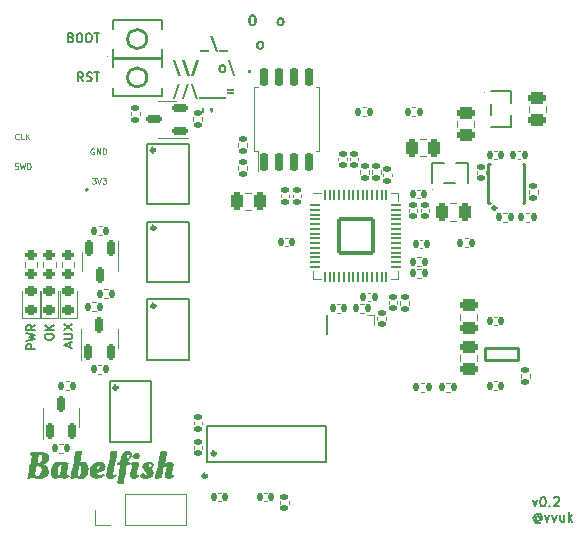
<source format=gto>
G04 #@! TF.GenerationSoftware,KiCad,Pcbnew,7.0.8*
G04 #@! TF.CreationDate,2023-10-01T21:36:48-07:00*
G04 #@! TF.ProjectId,babelfish,62616265-6c66-4697-9368-2e6b69636164,REV1*
G04 #@! TF.SameCoordinates,Original*
G04 #@! TF.FileFunction,Legend,Top*
G04 #@! TF.FilePolarity,Positive*
%FSLAX46Y46*%
G04 Gerber Fmt 4.6, Leading zero omitted, Abs format (unit mm)*
G04 Created by KiCad (PCBNEW 7.0.8) date 2023-10-01 21:36:48*
%MOMM*%
%LPD*%
G01*
G04 APERTURE LIST*
G04 Aperture macros list*
%AMRoundRect*
0 Rectangle with rounded corners*
0 $1 Rounding radius*
0 $2 $3 $4 $5 $6 $7 $8 $9 X,Y pos of 4 corners*
0 Add a 4 corners polygon primitive as box body*
4,1,4,$2,$3,$4,$5,$6,$7,$8,$9,$2,$3,0*
0 Add four circle primitives for the rounded corners*
1,1,$1+$1,$2,$3*
1,1,$1+$1,$4,$5*
1,1,$1+$1,$6,$7*
1,1,$1+$1,$8,$9*
0 Add four rect primitives between the rounded corners*
20,1,$1+$1,$2,$3,$4,$5,0*
20,1,$1+$1,$4,$5,$6,$7,0*
20,1,$1+$1,$6,$7,$8,$9,0*
20,1,$1+$1,$8,$9,$2,$3,0*%
G04 Aperture macros list end*
%ADD10C,0.150000*%
%ADD11C,0.125000*%
%ADD12C,0.152400*%
%ADD13C,0.300000*%
%ADD14C,0.254000*%
%ADD15C,0.120000*%
%ADD16C,0.200000*%
%ADD17C,0.059995*%
%ADD18O,1.731496X0.343002*%
%ADD19R,0.622301X1.104902*%
%ADD20RoundRect,0.135000X-0.135000X-0.185000X0.135000X-0.185000X0.135000X0.185000X-0.135000X0.185000X0*%
%ADD21RoundRect,0.150000X-0.150000X0.512500X-0.150000X-0.512500X0.150000X-0.512500X0.150000X0.512500X0*%
%ADD22RoundRect,0.250000X0.475000X-0.250000X0.475000X0.250000X-0.475000X0.250000X-0.475000X-0.250000X0*%
%ADD23RoundRect,0.135000X0.185000X-0.135000X0.185000X0.135000X-0.185000X0.135000X-0.185000X-0.135000X0*%
%ADD24RoundRect,0.250000X0.250000X0.475000X-0.250000X0.475000X-0.250000X-0.475000X0.250000X-0.475000X0*%
%ADD25C,1.500000*%
%ADD26R,1.700000X1.700000*%
%ADD27O,1.700000X1.700000*%
%ADD28C,2.700000*%
%ADD29RoundRect,0.140000X-0.170000X0.140000X-0.170000X-0.140000X0.170000X-0.140000X0.170000X0.140000X0*%
%ADD30RoundRect,0.218750X0.256250X-0.218750X0.256250X0.218750X-0.256250X0.218750X-0.256250X-0.218750X0*%
%ADD31RoundRect,0.140000X0.140000X0.170000X-0.140000X0.170000X-0.140000X-0.170000X0.140000X-0.170000X0*%
%ADD32RoundRect,0.140000X-0.140000X-0.170000X0.140000X-0.170000X0.140000X0.170000X-0.140000X0.170000X0*%
%ADD33RoundRect,0.135000X0.135000X0.185000X-0.135000X0.185000X-0.135000X-0.185000X0.135000X-0.185000X0*%
%ADD34RoundRect,0.135000X-0.185000X0.135000X-0.185000X-0.135000X0.185000X-0.135000X0.185000X0.135000X0*%
%ADD35C,0.649987*%
%ADD36O,1.000000X2.100000*%
%ADD37O,1.000000X1.800000*%
%ADD38R,0.600000X1.240005*%
%ADD39R,0.300000X1.240005*%
%ADD40RoundRect,0.250000X-0.250000X-0.475000X0.250000X-0.475000X0.250000X0.475000X-0.250000X0.475000X0*%
%ADD41C,2.100000*%
%ADD42C,2.500000*%
%ADD43C,1.750000*%
%ADD44R,0.600000X1.070003*%
%ADD45RoundRect,0.140000X0.170000X-0.140000X0.170000X0.140000X-0.170000X0.140000X-0.170000X-0.140000X0*%
%ADD46O,1.599949X1.600000*%
%ADD47O,1.200000X2.200000*%
%ADD48RoundRect,0.200000X-0.275000X0.200000X-0.275000X-0.200000X0.275000X-0.200000X0.275000X0.200000X0*%
%ADD49RoundRect,0.150000X0.512500X0.150000X-0.512500X0.150000X-0.512500X-0.150000X0.512500X-0.150000X0*%
%ADD50R,0.350013X0.600000*%
%ADD51R,2.400051X1.600000*%
%ADD52RoundRect,0.150000X0.150000X-0.512500X0.150000X0.512500X-0.150000X0.512500X-0.150000X-0.512500X0*%
%ADD53RoundRect,0.050000X-0.387500X-0.050000X0.387500X-0.050000X0.387500X0.050000X-0.387500X0.050000X0*%
%ADD54RoundRect,0.050000X-0.050000X-0.387500X0.050000X-0.387500X0.050000X0.387500X-0.050000X0.387500X0*%
%ADD55RoundRect,0.144000X-1.456000X-1.456000X1.456000X-1.456000X1.456000X1.456000X-1.456000X1.456000X0*%
%ADD56C,3.100000*%
%ADD57RoundRect,0.250000X-0.475000X0.250000X-0.475000X-0.250000X0.475000X-0.250000X0.475000X0.250000X0*%
%ADD58R,1.400000X1.200000*%
%ADD59O,0.602007X1.970993*%
%ADD60RoundRect,0.150000X0.150000X-0.650000X0.150000X0.650000X-0.150000X0.650000X-0.150000X-0.650000X0*%
%ADD61R,1.529997X1.359995*%
%ADD62R,1.070003X0.600000*%
%ADD63R,1.574803X1.574803*%
%ADD64C,1.574803*%
%ADD65C,5.000000*%
G04 APERTURE END LIST*
D10*
X84900414Y-98477255D02*
X84150414Y-98477255D01*
X84150414Y-98477255D02*
X84150414Y-98191541D01*
X84150414Y-98191541D02*
X84186128Y-98120112D01*
X84186128Y-98120112D02*
X84221842Y-98084398D01*
X84221842Y-98084398D02*
X84293271Y-98048684D01*
X84293271Y-98048684D02*
X84400414Y-98048684D01*
X84400414Y-98048684D02*
X84471842Y-98084398D01*
X84471842Y-98084398D02*
X84507557Y-98120112D01*
X84507557Y-98120112D02*
X84543271Y-98191541D01*
X84543271Y-98191541D02*
X84543271Y-98477255D01*
X84150414Y-97798684D02*
X84900414Y-97620112D01*
X84900414Y-97620112D02*
X84364700Y-97477255D01*
X84364700Y-97477255D02*
X84900414Y-97334398D01*
X84900414Y-97334398D02*
X84150414Y-97155827D01*
X84900414Y-96441541D02*
X84543271Y-96691541D01*
X84900414Y-96870112D02*
X84150414Y-96870112D01*
X84150414Y-96870112D02*
X84150414Y-96584398D01*
X84150414Y-96584398D02*
X84186128Y-96512969D01*
X84186128Y-96512969D02*
X84221842Y-96477255D01*
X84221842Y-96477255D02*
X84293271Y-96441541D01*
X84293271Y-96441541D02*
X84400414Y-96441541D01*
X84400414Y-96441541D02*
X84471842Y-96477255D01*
X84471842Y-96477255D02*
X84507557Y-96512969D01*
X84507557Y-96512969D02*
X84543271Y-96584398D01*
X84543271Y-96584398D02*
X84543271Y-96870112D01*
D11*
X89698241Y-84002309D02*
X90007765Y-84002309D01*
X90007765Y-84002309D02*
X89841098Y-84192785D01*
X89841098Y-84192785D02*
X89912527Y-84192785D01*
X89912527Y-84192785D02*
X89960146Y-84216595D01*
X89960146Y-84216595D02*
X89983955Y-84240404D01*
X89983955Y-84240404D02*
X90007765Y-84288023D01*
X90007765Y-84288023D02*
X90007765Y-84407071D01*
X90007765Y-84407071D02*
X89983955Y-84454690D01*
X89983955Y-84454690D02*
X89960146Y-84478500D01*
X89960146Y-84478500D02*
X89912527Y-84502309D01*
X89912527Y-84502309D02*
X89769670Y-84502309D01*
X89769670Y-84502309D02*
X89722051Y-84478500D01*
X89722051Y-84478500D02*
X89698241Y-84454690D01*
X90150622Y-84002309D02*
X90317288Y-84502309D01*
X90317288Y-84502309D02*
X90483955Y-84002309D01*
X90603002Y-84002309D02*
X90912526Y-84002309D01*
X90912526Y-84002309D02*
X90745859Y-84192785D01*
X90745859Y-84192785D02*
X90817288Y-84192785D01*
X90817288Y-84192785D02*
X90864907Y-84216595D01*
X90864907Y-84216595D02*
X90888716Y-84240404D01*
X90888716Y-84240404D02*
X90912526Y-84288023D01*
X90912526Y-84288023D02*
X90912526Y-84407071D01*
X90912526Y-84407071D02*
X90888716Y-84454690D01*
X90888716Y-84454690D02*
X90864907Y-84478500D01*
X90864907Y-84478500D02*
X90817288Y-84502309D01*
X90817288Y-84502309D02*
X90674431Y-84502309D01*
X90674431Y-84502309D02*
X90626812Y-84478500D01*
X90626812Y-84478500D02*
X90603002Y-84454690D01*
D10*
X87937030Y-72107557D02*
X88044173Y-72143271D01*
X88044173Y-72143271D02*
X88079887Y-72178985D01*
X88079887Y-72178985D02*
X88115601Y-72250414D01*
X88115601Y-72250414D02*
X88115601Y-72357557D01*
X88115601Y-72357557D02*
X88079887Y-72428985D01*
X88079887Y-72428985D02*
X88044173Y-72464700D01*
X88044173Y-72464700D02*
X87972744Y-72500414D01*
X87972744Y-72500414D02*
X87687030Y-72500414D01*
X87687030Y-72500414D02*
X87687030Y-71750414D01*
X87687030Y-71750414D02*
X87937030Y-71750414D01*
X87937030Y-71750414D02*
X88008459Y-71786128D01*
X88008459Y-71786128D02*
X88044173Y-71821842D01*
X88044173Y-71821842D02*
X88079887Y-71893271D01*
X88079887Y-71893271D02*
X88079887Y-71964700D01*
X88079887Y-71964700D02*
X88044173Y-72036128D01*
X88044173Y-72036128D02*
X88008459Y-72071842D01*
X88008459Y-72071842D02*
X87937030Y-72107557D01*
X87937030Y-72107557D02*
X87687030Y-72107557D01*
X88579887Y-71750414D02*
X88722744Y-71750414D01*
X88722744Y-71750414D02*
X88794173Y-71786128D01*
X88794173Y-71786128D02*
X88865601Y-71857557D01*
X88865601Y-71857557D02*
X88901316Y-72000414D01*
X88901316Y-72000414D02*
X88901316Y-72250414D01*
X88901316Y-72250414D02*
X88865601Y-72393271D01*
X88865601Y-72393271D02*
X88794173Y-72464700D01*
X88794173Y-72464700D02*
X88722744Y-72500414D01*
X88722744Y-72500414D02*
X88579887Y-72500414D01*
X88579887Y-72500414D02*
X88508459Y-72464700D01*
X88508459Y-72464700D02*
X88437030Y-72393271D01*
X88437030Y-72393271D02*
X88401316Y-72250414D01*
X88401316Y-72250414D02*
X88401316Y-72000414D01*
X88401316Y-72000414D02*
X88437030Y-71857557D01*
X88437030Y-71857557D02*
X88508459Y-71786128D01*
X88508459Y-71786128D02*
X88579887Y-71750414D01*
X89365601Y-71750414D02*
X89508458Y-71750414D01*
X89508458Y-71750414D02*
X89579887Y-71786128D01*
X89579887Y-71786128D02*
X89651315Y-71857557D01*
X89651315Y-71857557D02*
X89687030Y-72000414D01*
X89687030Y-72000414D02*
X89687030Y-72250414D01*
X89687030Y-72250414D02*
X89651315Y-72393271D01*
X89651315Y-72393271D02*
X89579887Y-72464700D01*
X89579887Y-72464700D02*
X89508458Y-72500414D01*
X89508458Y-72500414D02*
X89365601Y-72500414D01*
X89365601Y-72500414D02*
X89294173Y-72464700D01*
X89294173Y-72464700D02*
X89222744Y-72393271D01*
X89222744Y-72393271D02*
X89187030Y-72250414D01*
X89187030Y-72250414D02*
X89187030Y-72000414D01*
X89187030Y-72000414D02*
X89222744Y-71857557D01*
X89222744Y-71857557D02*
X89294173Y-71786128D01*
X89294173Y-71786128D02*
X89365601Y-71750414D01*
X89901315Y-71750414D02*
X90329887Y-71750414D01*
X90115601Y-72500414D02*
X90115601Y-71750414D01*
X85700414Y-97512969D02*
X85700414Y-97370112D01*
X85700414Y-97370112D02*
X85736128Y-97298683D01*
X85736128Y-97298683D02*
X85807557Y-97227255D01*
X85807557Y-97227255D02*
X85950414Y-97191540D01*
X85950414Y-97191540D02*
X86200414Y-97191540D01*
X86200414Y-97191540D02*
X86343271Y-97227255D01*
X86343271Y-97227255D02*
X86414700Y-97298683D01*
X86414700Y-97298683D02*
X86450414Y-97370112D01*
X86450414Y-97370112D02*
X86450414Y-97512969D01*
X86450414Y-97512969D02*
X86414700Y-97584398D01*
X86414700Y-97584398D02*
X86343271Y-97655826D01*
X86343271Y-97655826D02*
X86200414Y-97691540D01*
X86200414Y-97691540D02*
X85950414Y-97691540D01*
X85950414Y-97691540D02*
X85807557Y-97655826D01*
X85807557Y-97655826D02*
X85736128Y-97584398D01*
X85736128Y-97584398D02*
X85700414Y-97512969D01*
X86450414Y-96870112D02*
X85700414Y-96870112D01*
X86450414Y-96441541D02*
X86021842Y-96762969D01*
X85700414Y-96441541D02*
X86128985Y-96870112D01*
D11*
X83165383Y-83228500D02*
X83236811Y-83252309D01*
X83236811Y-83252309D02*
X83355859Y-83252309D01*
X83355859Y-83252309D02*
X83403478Y-83228500D01*
X83403478Y-83228500D02*
X83427287Y-83204690D01*
X83427287Y-83204690D02*
X83451097Y-83157071D01*
X83451097Y-83157071D02*
X83451097Y-83109452D01*
X83451097Y-83109452D02*
X83427287Y-83061833D01*
X83427287Y-83061833D02*
X83403478Y-83038023D01*
X83403478Y-83038023D02*
X83355859Y-83014214D01*
X83355859Y-83014214D02*
X83260621Y-82990404D01*
X83260621Y-82990404D02*
X83213002Y-82966595D01*
X83213002Y-82966595D02*
X83189192Y-82942785D01*
X83189192Y-82942785D02*
X83165383Y-82895166D01*
X83165383Y-82895166D02*
X83165383Y-82847547D01*
X83165383Y-82847547D02*
X83189192Y-82799928D01*
X83189192Y-82799928D02*
X83213002Y-82776119D01*
X83213002Y-82776119D02*
X83260621Y-82752309D01*
X83260621Y-82752309D02*
X83379668Y-82752309D01*
X83379668Y-82752309D02*
X83451097Y-82776119D01*
X83617763Y-82752309D02*
X83736811Y-83252309D01*
X83736811Y-83252309D02*
X83832049Y-82895166D01*
X83832049Y-82895166D02*
X83927287Y-83252309D01*
X83927287Y-83252309D02*
X84046335Y-82752309D01*
X84236811Y-83252309D02*
X84236811Y-82752309D01*
X84236811Y-82752309D02*
X84355859Y-82752309D01*
X84355859Y-82752309D02*
X84427287Y-82776119D01*
X84427287Y-82776119D02*
X84474906Y-82823738D01*
X84474906Y-82823738D02*
X84498716Y-82871357D01*
X84498716Y-82871357D02*
X84522525Y-82966595D01*
X84522525Y-82966595D02*
X84522525Y-83038023D01*
X84522525Y-83038023D02*
X84498716Y-83133261D01*
X84498716Y-83133261D02*
X84474906Y-83180880D01*
X84474906Y-83180880D02*
X84427287Y-83228500D01*
X84427287Y-83228500D02*
X84355859Y-83252309D01*
X84355859Y-83252309D02*
X84236811Y-83252309D01*
D10*
X88972743Y-75800414D02*
X88722743Y-75443271D01*
X88544172Y-75800414D02*
X88544172Y-75050414D01*
X88544172Y-75050414D02*
X88829886Y-75050414D01*
X88829886Y-75050414D02*
X88901315Y-75086128D01*
X88901315Y-75086128D02*
X88937029Y-75121842D01*
X88937029Y-75121842D02*
X88972743Y-75193271D01*
X88972743Y-75193271D02*
X88972743Y-75300414D01*
X88972743Y-75300414D02*
X88937029Y-75371842D01*
X88937029Y-75371842D02*
X88901315Y-75407557D01*
X88901315Y-75407557D02*
X88829886Y-75443271D01*
X88829886Y-75443271D02*
X88544172Y-75443271D01*
X89258458Y-75764700D02*
X89365601Y-75800414D01*
X89365601Y-75800414D02*
X89544172Y-75800414D01*
X89544172Y-75800414D02*
X89615601Y-75764700D01*
X89615601Y-75764700D02*
X89651315Y-75728985D01*
X89651315Y-75728985D02*
X89687029Y-75657557D01*
X89687029Y-75657557D02*
X89687029Y-75586128D01*
X89687029Y-75586128D02*
X89651315Y-75514700D01*
X89651315Y-75514700D02*
X89615601Y-75478985D01*
X89615601Y-75478985D02*
X89544172Y-75443271D01*
X89544172Y-75443271D02*
X89401315Y-75407557D01*
X89401315Y-75407557D02*
X89329886Y-75371842D01*
X89329886Y-75371842D02*
X89294172Y-75336128D01*
X89294172Y-75336128D02*
X89258458Y-75264700D01*
X89258458Y-75264700D02*
X89258458Y-75193271D01*
X89258458Y-75193271D02*
X89294172Y-75121842D01*
X89294172Y-75121842D02*
X89329886Y-75086128D01*
X89329886Y-75086128D02*
X89401315Y-75050414D01*
X89401315Y-75050414D02*
X89579886Y-75050414D01*
X89579886Y-75050414D02*
X89687029Y-75086128D01*
X89901315Y-75050414D02*
X90329887Y-75050414D01*
X90115601Y-75800414D02*
X90115601Y-75050414D01*
D11*
X89864906Y-81526119D02*
X89817287Y-81502309D01*
X89817287Y-81502309D02*
X89745858Y-81502309D01*
X89745858Y-81502309D02*
X89674430Y-81526119D01*
X89674430Y-81526119D02*
X89626811Y-81573738D01*
X89626811Y-81573738D02*
X89603001Y-81621357D01*
X89603001Y-81621357D02*
X89579192Y-81716595D01*
X89579192Y-81716595D02*
X89579192Y-81788023D01*
X89579192Y-81788023D02*
X89603001Y-81883261D01*
X89603001Y-81883261D02*
X89626811Y-81930880D01*
X89626811Y-81930880D02*
X89674430Y-81978500D01*
X89674430Y-81978500D02*
X89745858Y-82002309D01*
X89745858Y-82002309D02*
X89793477Y-82002309D01*
X89793477Y-82002309D02*
X89864906Y-81978500D01*
X89864906Y-81978500D02*
X89888715Y-81954690D01*
X89888715Y-81954690D02*
X89888715Y-81788023D01*
X89888715Y-81788023D02*
X89793477Y-81788023D01*
X90103001Y-82002309D02*
X90103001Y-81502309D01*
X90103001Y-81502309D02*
X90388715Y-82002309D01*
X90388715Y-82002309D02*
X90388715Y-81502309D01*
X90626811Y-82002309D02*
X90626811Y-81502309D01*
X90626811Y-81502309D02*
X90745859Y-81502309D01*
X90745859Y-81502309D02*
X90817287Y-81526119D01*
X90817287Y-81526119D02*
X90864906Y-81573738D01*
X90864906Y-81573738D02*
X90888716Y-81621357D01*
X90888716Y-81621357D02*
X90912525Y-81716595D01*
X90912525Y-81716595D02*
X90912525Y-81788023D01*
X90912525Y-81788023D02*
X90888716Y-81883261D01*
X90888716Y-81883261D02*
X90864906Y-81930880D01*
X90864906Y-81930880D02*
X90817287Y-81978500D01*
X90817287Y-81978500D02*
X90745859Y-82002309D01*
X90745859Y-82002309D02*
X90626811Y-82002309D01*
X83507763Y-80704690D02*
X83483954Y-80728500D01*
X83483954Y-80728500D02*
X83412525Y-80752309D01*
X83412525Y-80752309D02*
X83364906Y-80752309D01*
X83364906Y-80752309D02*
X83293478Y-80728500D01*
X83293478Y-80728500D02*
X83245859Y-80680880D01*
X83245859Y-80680880D02*
X83222049Y-80633261D01*
X83222049Y-80633261D02*
X83198240Y-80538023D01*
X83198240Y-80538023D02*
X83198240Y-80466595D01*
X83198240Y-80466595D02*
X83222049Y-80371357D01*
X83222049Y-80371357D02*
X83245859Y-80323738D01*
X83245859Y-80323738D02*
X83293478Y-80276119D01*
X83293478Y-80276119D02*
X83364906Y-80252309D01*
X83364906Y-80252309D02*
X83412525Y-80252309D01*
X83412525Y-80252309D02*
X83483954Y-80276119D01*
X83483954Y-80276119D02*
X83507763Y-80299928D01*
X83960144Y-80752309D02*
X83722049Y-80752309D01*
X83722049Y-80752309D02*
X83722049Y-80252309D01*
X84126811Y-80752309D02*
X84126811Y-80252309D01*
X84412525Y-80752309D02*
X84198240Y-80466595D01*
X84412525Y-80252309D02*
X84126811Y-80538023D01*
D10*
X87836128Y-98298683D02*
X87836128Y-97941541D01*
X88050414Y-98370112D02*
X87300414Y-98120112D01*
X87300414Y-98120112D02*
X88050414Y-97870112D01*
X87300414Y-97620112D02*
X87907557Y-97620112D01*
X87907557Y-97620112D02*
X87978985Y-97584398D01*
X87978985Y-97584398D02*
X88014700Y-97548684D01*
X88014700Y-97548684D02*
X88050414Y-97477255D01*
X88050414Y-97477255D02*
X88050414Y-97334398D01*
X88050414Y-97334398D02*
X88014700Y-97262969D01*
X88014700Y-97262969D02*
X87978985Y-97227255D01*
X87978985Y-97227255D02*
X87907557Y-97191541D01*
X87907557Y-97191541D02*
X87300414Y-97191541D01*
X87300414Y-96905827D02*
X88050414Y-96405827D01*
X87300414Y-96405827D02*
X88050414Y-96905827D01*
X127032968Y-111286960D02*
X127223444Y-111820294D01*
X127223444Y-111820294D02*
X127413921Y-111286960D01*
X127871064Y-111020294D02*
X127947254Y-111020294D01*
X127947254Y-111020294D02*
X128023445Y-111058389D01*
X128023445Y-111058389D02*
X128061540Y-111096484D01*
X128061540Y-111096484D02*
X128099635Y-111172675D01*
X128099635Y-111172675D02*
X128137730Y-111325056D01*
X128137730Y-111325056D02*
X128137730Y-111515532D01*
X128137730Y-111515532D02*
X128099635Y-111667913D01*
X128099635Y-111667913D02*
X128061540Y-111744103D01*
X128061540Y-111744103D02*
X128023445Y-111782199D01*
X128023445Y-111782199D02*
X127947254Y-111820294D01*
X127947254Y-111820294D02*
X127871064Y-111820294D01*
X127871064Y-111820294D02*
X127794873Y-111782199D01*
X127794873Y-111782199D02*
X127756778Y-111744103D01*
X127756778Y-111744103D02*
X127718683Y-111667913D01*
X127718683Y-111667913D02*
X127680587Y-111515532D01*
X127680587Y-111515532D02*
X127680587Y-111325056D01*
X127680587Y-111325056D02*
X127718683Y-111172675D01*
X127718683Y-111172675D02*
X127756778Y-111096484D01*
X127756778Y-111096484D02*
X127794873Y-111058389D01*
X127794873Y-111058389D02*
X127871064Y-111020294D01*
X128480588Y-111744103D02*
X128518683Y-111782199D01*
X128518683Y-111782199D02*
X128480588Y-111820294D01*
X128480588Y-111820294D02*
X128442492Y-111782199D01*
X128442492Y-111782199D02*
X128480588Y-111744103D01*
X128480588Y-111744103D02*
X128480588Y-111820294D01*
X128823444Y-111096484D02*
X128861540Y-111058389D01*
X128861540Y-111058389D02*
X128937730Y-111020294D01*
X128937730Y-111020294D02*
X129128206Y-111020294D01*
X129128206Y-111020294D02*
X129204397Y-111058389D01*
X129204397Y-111058389D02*
X129242492Y-111096484D01*
X129242492Y-111096484D02*
X129280587Y-111172675D01*
X129280587Y-111172675D02*
X129280587Y-111248865D01*
X129280587Y-111248865D02*
X129242492Y-111363151D01*
X129242492Y-111363151D02*
X128785349Y-111820294D01*
X128785349Y-111820294D02*
X129280587Y-111820294D01*
X127604397Y-112727341D02*
X127566302Y-112689246D01*
X127566302Y-112689246D02*
X127490111Y-112651151D01*
X127490111Y-112651151D02*
X127413921Y-112651151D01*
X127413921Y-112651151D02*
X127337730Y-112689246D01*
X127337730Y-112689246D02*
X127299635Y-112727341D01*
X127299635Y-112727341D02*
X127261540Y-112803532D01*
X127261540Y-112803532D02*
X127261540Y-112879722D01*
X127261540Y-112879722D02*
X127299635Y-112955913D01*
X127299635Y-112955913D02*
X127337730Y-112994008D01*
X127337730Y-112994008D02*
X127413921Y-113032103D01*
X127413921Y-113032103D02*
X127490111Y-113032103D01*
X127490111Y-113032103D02*
X127566302Y-112994008D01*
X127566302Y-112994008D02*
X127604397Y-112955913D01*
X127604397Y-112651151D02*
X127604397Y-112955913D01*
X127604397Y-112955913D02*
X127642492Y-112994008D01*
X127642492Y-112994008D02*
X127680587Y-112994008D01*
X127680587Y-112994008D02*
X127756778Y-112955913D01*
X127756778Y-112955913D02*
X127794873Y-112879722D01*
X127794873Y-112879722D02*
X127794873Y-112689246D01*
X127794873Y-112689246D02*
X127718683Y-112574960D01*
X127718683Y-112574960D02*
X127604397Y-112498770D01*
X127604397Y-112498770D02*
X127452016Y-112460675D01*
X127452016Y-112460675D02*
X127299635Y-112498770D01*
X127299635Y-112498770D02*
X127185349Y-112574960D01*
X127185349Y-112574960D02*
X127109159Y-112689246D01*
X127109159Y-112689246D02*
X127071063Y-112841627D01*
X127071063Y-112841627D02*
X127109159Y-112994008D01*
X127109159Y-112994008D02*
X127185349Y-113108294D01*
X127185349Y-113108294D02*
X127299635Y-113184484D01*
X127299635Y-113184484D02*
X127452016Y-113222579D01*
X127452016Y-113222579D02*
X127604397Y-113184484D01*
X127604397Y-113184484D02*
X127718683Y-113108294D01*
X128061539Y-112574960D02*
X128252015Y-113108294D01*
X128252015Y-113108294D02*
X128442492Y-112574960D01*
X128671063Y-112574960D02*
X128861539Y-113108294D01*
X128861539Y-113108294D02*
X129052016Y-112574960D01*
X129699635Y-112574960D02*
X129699635Y-113108294D01*
X129356778Y-112574960D02*
X129356778Y-112994008D01*
X129356778Y-112994008D02*
X129394873Y-113070199D01*
X129394873Y-113070199D02*
X129471063Y-113108294D01*
X129471063Y-113108294D02*
X129585349Y-113108294D01*
X129585349Y-113108294D02*
X129661540Y-113070199D01*
X129661540Y-113070199D02*
X129699635Y-113032103D01*
X130080588Y-113108294D02*
X130080588Y-112308294D01*
X130156778Y-112803532D02*
X130385350Y-113108294D01*
X130385350Y-112574960D02*
X130080588Y-112879722D01*
D12*
X97903943Y-81098679D02*
X97903943Y-86251079D01*
X94361143Y-81098679D02*
X97903943Y-81098679D01*
X97903943Y-86251079D02*
X94361143Y-86251079D01*
X94361143Y-86251079D02*
X94361143Y-81098679D01*
D13*
X95012527Y-81642875D02*
G75*
G03*
X95012527Y-81642875I-150114J0D01*
G01*
D12*
X97935465Y-87698705D02*
X97935465Y-92851105D01*
X94392665Y-87698705D02*
X97935465Y-87698705D01*
X97935465Y-92851105D02*
X94392665Y-92851105D01*
X94392665Y-92851105D02*
X94392665Y-87698705D01*
D13*
X95044049Y-88242901D02*
G75*
G03*
X95044049Y-88242901I-150114J0D01*
G01*
D12*
X97935465Y-94298679D02*
X97935465Y-99451079D01*
X94392665Y-94298679D02*
X97935465Y-94298679D01*
X97935465Y-99451079D02*
X94392665Y-99451079D01*
X94392665Y-99451079D02*
X94392665Y-94298679D01*
D13*
X95044049Y-94842875D02*
G75*
G03*
X95044049Y-94842875I-150114J0D01*
G01*
D12*
X94737288Y-101223800D02*
X94737288Y-106376200D01*
X91194488Y-101223800D02*
X94737288Y-101223800D01*
X94737288Y-106376200D02*
X91194488Y-106376200D01*
X91194488Y-106376200D02*
X91194488Y-101223800D01*
D13*
X91845872Y-101767996D02*
G75*
G03*
X91845872Y-101767996I-150114J0D01*
G01*
D14*
X122963145Y-98399644D02*
X125762231Y-98399644D01*
X122963145Y-99400406D02*
X122963145Y-98399644D01*
X125762231Y-98399644D02*
X125762231Y-99400406D01*
X125762231Y-99400406D02*
X122963145Y-99400406D01*
D15*
X89740359Y-94547500D02*
X90047641Y-94547500D01*
X89740359Y-95307500D02*
X90047641Y-95307500D01*
X91940000Y-91109300D02*
X91940000Y-89309300D01*
X91940000Y-91109300D02*
X91940000Y-91909300D01*
X88820000Y-91109300D02*
X88820000Y-90309300D01*
X88820000Y-91109300D02*
X88820000Y-91909300D01*
X120865000Y-96011252D02*
X120865000Y-95488748D01*
X122335000Y-96011252D02*
X122335000Y-95488748D01*
X98291377Y-79190415D02*
X98291377Y-78883133D01*
X99051377Y-79190415D02*
X99051377Y-78883133D01*
X118011252Y-82185000D02*
X117488748Y-82185000D01*
X118011252Y-80715000D02*
X117488748Y-80715000D01*
X89930000Y-113430000D02*
X89930000Y-112100000D01*
X91260000Y-113430000D02*
X89930000Y-113430000D01*
X92530000Y-113430000D02*
X97670000Y-113430000D01*
X92530000Y-113430000D02*
X92530000Y-110770000D01*
X97670000Y-113430000D02*
X97670000Y-110770000D01*
X92530000Y-110770000D02*
X97670000Y-110770000D01*
X99060000Y-106740994D02*
X99060000Y-106956666D01*
X98340000Y-106740994D02*
X98340000Y-106956666D01*
X83815000Y-95872500D02*
X85285000Y-95872500D01*
X85285000Y-95872500D02*
X85285000Y-93587500D01*
X83815000Y-93587500D02*
X83815000Y-95872500D01*
X106303336Y-89799000D02*
X106087664Y-89799000D01*
X106303336Y-89079000D02*
X106087664Y-89079000D01*
X117222164Y-84990000D02*
X117437836Y-84990000D01*
X117222164Y-85710000D02*
X117437836Y-85710000D01*
X117843641Y-102130000D02*
X117536359Y-102130000D01*
X117843641Y-101370000D02*
X117536359Y-101370000D01*
X116580000Y-94456359D02*
X116580000Y-94763641D01*
X115820000Y-94456359D02*
X115820000Y-94763641D01*
X85365000Y-95872500D02*
X86835000Y-95872500D01*
X86835000Y-95872500D02*
X86835000Y-93587500D01*
X85365000Y-93587500D02*
X85365000Y-95872500D01*
X106360000Y-111400994D02*
X106360000Y-111616666D01*
X105640000Y-111400994D02*
X105640000Y-111616666D01*
X120038748Y-86165000D02*
X120561252Y-86165000D01*
X120038748Y-87635000D02*
X120561252Y-87635000D01*
D16*
X89370000Y-85005000D02*
G75*
G03*
X89370000Y-85005000I-100000J0D01*
G01*
D15*
X126689979Y-85373692D02*
X126689979Y-85066410D01*
X127449979Y-85373692D02*
X127449979Y-85066410D01*
X121563641Y-89880000D02*
X121256359Y-89880000D01*
X121563641Y-89120000D02*
X121256359Y-89120000D01*
X117554141Y-91502600D02*
X117246859Y-91502600D01*
X117554141Y-90742600D02*
X117246859Y-90742600D01*
X102857600Y-81079159D02*
X102857600Y-81386441D01*
X102097600Y-81079159D02*
X102097600Y-81386441D01*
X118260000Y-86672164D02*
X118260000Y-86887836D01*
X117540000Y-86672164D02*
X117540000Y-86887836D01*
D12*
X121536195Y-82708750D02*
X120494590Y-82708750D01*
X118463805Y-82708750D02*
X119505410Y-82708750D01*
X121536195Y-84461150D02*
X121536195Y-82708750D01*
X120455398Y-84461150D02*
X119544602Y-84461150D01*
X118463805Y-84461150D02*
X118463805Y-82708750D01*
D17*
X118570002Y-84984950D02*
G75*
G03*
X118570002Y-84984950I-29997J0D01*
G01*
D15*
X111515500Y-82527836D02*
X111515500Y-82312164D01*
X112235500Y-82527836D02*
X112235500Y-82312164D01*
X85072500Y-91087742D02*
X85072500Y-91562258D01*
X84027500Y-91087742D02*
X84027500Y-91562258D01*
G36*
X93689925Y-107325087D02*
G01*
X93769300Y-107512412D01*
X93672463Y-107721962D01*
X93563719Y-107788638D01*
X93431163Y-107810862D01*
X93205737Y-107734662D01*
X93124775Y-107539400D01*
X93224787Y-107339375D01*
X93335516Y-107278653D01*
X93467675Y-107258413D01*
X93689925Y-107325087D01*
G37*
G36*
X93667700Y-108256950D02*
G01*
X93647856Y-108436338D01*
X93588325Y-108691925D01*
X93528794Y-108934416D01*
X93508950Y-109074513D01*
X93543875Y-109163413D01*
X93670875Y-109131663D01*
X93699450Y-109118963D01*
X93756600Y-109277713D01*
X93635553Y-109355500D01*
X93488312Y-109423763D01*
X93335516Y-109471387D01*
X93197800Y-109487263D01*
X92993012Y-109414238D01*
X92918400Y-109203100D01*
X92937847Y-109028475D01*
X92996187Y-108780825D01*
X93054528Y-108548653D01*
X93073975Y-108420463D01*
X92991425Y-108198213D01*
X92966025Y-108163287D01*
X92975550Y-108109312D01*
X93120189Y-108081090D01*
X93333972Y-108064157D01*
X93616900Y-108058512D01*
X93667700Y-108256950D01*
G37*
G36*
X91823025Y-107283812D02*
G01*
X91813004Y-107423612D01*
X91782941Y-107627109D01*
X91732835Y-107894305D01*
X91662687Y-108225200D01*
X91592540Y-108549546D01*
X91542434Y-108797097D01*
X91512371Y-108967852D01*
X91502350Y-109061812D01*
X91540450Y-109172937D01*
X91676975Y-109131663D01*
X91711900Y-109115788D01*
X91788100Y-109271362D01*
X91670625Y-109353912D01*
X91521400Y-109423763D01*
X91363841Y-109471387D01*
X91221362Y-109487263D01*
X91000700Y-109409475D01*
X90914975Y-109185638D01*
X90924996Y-109079970D01*
X90955059Y-108909016D01*
X91005165Y-108672776D01*
X91075312Y-108371250D01*
X91145460Y-108058612D01*
X91195566Y-107789034D01*
X91225629Y-107562518D01*
X91235650Y-107379062D01*
X91216600Y-107201262D01*
X91413450Y-107155401D01*
X91606067Y-107127885D01*
X91794450Y-107118712D01*
X91823025Y-107283812D01*
G37*
G36*
X90566916Y-108069228D02*
G01*
X90738762Y-108149000D01*
X90849491Y-108273222D01*
X90886400Y-108433163D01*
X90807025Y-108664937D01*
X90613350Y-108820513D01*
X90387925Y-108907031D01*
X90194250Y-108950688D01*
X90114875Y-108960212D01*
X90184725Y-109117375D01*
X90324425Y-109169762D01*
X90492700Y-109136425D01*
X90638750Y-109068163D01*
X90692725Y-109036412D01*
X90794325Y-109172937D01*
X90759400Y-109207862D01*
X90668912Y-109282475D01*
X90519687Y-109379313D01*
X90321250Y-109453925D01*
X90102175Y-109484192D01*
X90079950Y-109487263D01*
X89840634Y-109447972D01*
X89662437Y-109330100D01*
X89551709Y-109137616D01*
X89514800Y-108874487D01*
X89528369Y-108750662D01*
X90102175Y-108750662D01*
X90286325Y-108599850D01*
X90378400Y-108368075D01*
X90324425Y-108274412D01*
X90178375Y-108398238D01*
X90125987Y-108548256D01*
X90102175Y-108750662D01*
X89528369Y-108750662D01*
X89541435Y-108631424D01*
X89621339Y-108427165D01*
X89754512Y-108261712D01*
X89926844Y-108140004D01*
X90124224Y-108066979D01*
X90346650Y-108042638D01*
X90566916Y-108069228D01*
G37*
G36*
X94698781Y-108061291D02*
G01*
X94832925Y-108117250D01*
X94918650Y-108210119D01*
X94947225Y-108339500D01*
X94903569Y-108497853D01*
X94772600Y-108677637D01*
X94894044Y-108857025D01*
X94934525Y-109020537D01*
X94888884Y-109201909D01*
X94751962Y-109352325D01*
X94639250Y-109409924D01*
X94553922Y-109453528D01*
X94324925Y-109487263D01*
X94102278Y-109466625D01*
X93923288Y-109404713D01*
X93766125Y-109247550D01*
X93862962Y-109057050D01*
X94061400Y-108922112D01*
X94200306Y-109049906D01*
X94324925Y-109274538D01*
X94417000Y-109214213D01*
X94391600Y-109131663D01*
X94353500Y-109071337D01*
X94309050Y-109009425D01*
X94261425Y-108950688D01*
X94118550Y-108776062D01*
X94004250Y-108597072D01*
X93966150Y-108441100D01*
X93985344Y-108331562D01*
X94502725Y-108331562D01*
X94639250Y-108528412D01*
X94721800Y-108437925D01*
X94759900Y-108331562D01*
X94718625Y-108258538D01*
X94620200Y-108233137D01*
X94532888Y-108260125D01*
X94502725Y-108331562D01*
X93985344Y-108331562D01*
X93989169Y-108309734D01*
X94058225Y-108204563D01*
X94180639Y-108114604D01*
X94336214Y-108060629D01*
X94524950Y-108042638D01*
X94698781Y-108061291D01*
G37*
G36*
X87043063Y-108065656D02*
G01*
X87212925Y-108134713D01*
X87254200Y-108052162D01*
X87494706Y-108079944D01*
X87759025Y-108163287D01*
X87697113Y-108389109D01*
X87644725Y-108653825D01*
X87609006Y-108895125D01*
X87597100Y-109050700D01*
X87632025Y-109163413D01*
X87790775Y-109118963D01*
X87847925Y-109277713D01*
X87732434Y-109353516D01*
X87589163Y-109422175D01*
X87441128Y-109470991D01*
X87311350Y-109487263D01*
X87143075Y-109442812D01*
X87051000Y-109309463D01*
X86908125Y-109390145D01*
X86814859Y-109442812D01*
X86608088Y-109487263D01*
X86437828Y-109452338D01*
X86311225Y-109347563D01*
X86232644Y-109177700D01*
X86206450Y-108947512D01*
X86209986Y-108907825D01*
X86803350Y-108907825D01*
X86825575Y-109109437D01*
X86908125Y-109150713D01*
X87025600Y-109103088D01*
X87044650Y-108853674D01*
X87084867Y-108596499D01*
X87146250Y-108331562D01*
X87036712Y-108302988D01*
X86925588Y-108372837D01*
X86850975Y-108547463D01*
X86815256Y-108737566D01*
X86803350Y-108907825D01*
X86209986Y-108907825D01*
X86226911Y-108717854D01*
X86288294Y-108507246D01*
X86390600Y-108315688D01*
X86526419Y-108163993D01*
X86688344Y-108072976D01*
X86876375Y-108042638D01*
X87043063Y-108065656D01*
G37*
G36*
X92878316Y-107142922D02*
G01*
X92989838Y-107206025D01*
X93064847Y-107304450D01*
X93089850Y-107431450D01*
X93057306Y-107583453D01*
X92959675Y-107756887D01*
X92816006Y-107929925D01*
X92654875Y-108072320D01*
X92645350Y-108080738D01*
X92966025Y-108080738D01*
X92915225Y-108325212D01*
X92635825Y-108302988D01*
X92617271Y-108568298D01*
X92590184Y-108827656D01*
X92554565Y-109081061D01*
X92510412Y-109328513D01*
X92446031Y-109613910D01*
X92382001Y-109818168D01*
X92318325Y-109941288D01*
X92161956Y-109930572D01*
X92010350Y-109904775D01*
X91807150Y-109839688D01*
X91879822Y-109580925D01*
X91936972Y-109346504D01*
X91978600Y-109136425D01*
X92004000Y-108973805D01*
X92029400Y-108782809D01*
X92054800Y-108563437D01*
X92080200Y-108315688D01*
X91870650Y-108337912D01*
X91857950Y-108215675D01*
X91873825Y-108080738D01*
X92102425Y-108080738D01*
X92134932Y-107826737D01*
X92654875Y-107826737D01*
X92755284Y-107733472D01*
X92834263Y-107631475D01*
X92902525Y-107442562D01*
X92823150Y-107360012D01*
X92745186Y-107411871D01*
X92689094Y-107567446D01*
X92654875Y-107826737D01*
X92134932Y-107826737D01*
X92138408Y-107799574D01*
X92182858Y-107586849D01*
X92235775Y-107442562D01*
X92358012Y-107263175D01*
X92502475Y-107163162D01*
X92743775Y-107121888D01*
X92878316Y-107142922D01*
G37*
G36*
X88838525Y-107252062D02*
G01*
X88828802Y-107395334D01*
X88799631Y-107593375D01*
X88751014Y-107846184D01*
X88682950Y-108153763D01*
X88859956Y-108070419D01*
X89022675Y-108042638D01*
X89168725Y-108075181D01*
X89295725Y-108172813D01*
X89383831Y-108356566D01*
X89413200Y-108647475D01*
X89392210Y-108866374D01*
X89329239Y-109063753D01*
X89224288Y-109239613D01*
X89088644Y-109377196D01*
X88933599Y-109459746D01*
X88759150Y-109487263D01*
X88594844Y-109465037D01*
X88571825Y-109455605D01*
X88432125Y-109398363D01*
X88231394Y-109440696D01*
X88052536Y-109466096D01*
X87895550Y-109474563D01*
X87879675Y-109366613D01*
X87891284Y-109217586D01*
X87896452Y-109185638D01*
X88467050Y-109185638D01*
X88571825Y-109214213D01*
X88669853Y-109156269D01*
X88748038Y-108982438D01*
X88799234Y-108759791D01*
X88816300Y-108555400D01*
X88797250Y-108408953D01*
X88740100Y-108360138D01*
X88625800Y-108395063D01*
X88564681Y-108664739D01*
X88517850Y-108886394D01*
X88485306Y-109060027D01*
X88467050Y-109185638D01*
X87896452Y-109185638D01*
X87926109Y-109002281D01*
X87984152Y-108720698D01*
X88065412Y-108372837D01*
X88146673Y-108022397D01*
X88204716Y-107733075D01*
X88239541Y-107504872D01*
X88251150Y-107337787D01*
X88244800Y-107204437D01*
X88445531Y-107156813D01*
X88637089Y-107128237D01*
X88819475Y-107118712D01*
X88838525Y-107252062D01*
G37*
G36*
X96033075Y-107286987D02*
G01*
X96022955Y-107427481D01*
X95992594Y-107626713D01*
X95941992Y-107884681D01*
X95871150Y-108201387D01*
X96115228Y-108084706D01*
X96301363Y-108045812D01*
X96438284Y-108066847D01*
X96534725Y-108129950D01*
X96610925Y-108339500D01*
X96593463Y-108500631D01*
X96541075Y-108733200D01*
X96488688Y-108955053D01*
X96471225Y-109084037D01*
X96496625Y-109166588D01*
X96661725Y-109122137D01*
X96718875Y-109280888D01*
X96601797Y-109352325D01*
X96447413Y-109420588D01*
X96284297Y-109470594D01*
X96141025Y-109487263D01*
X95998150Y-109454807D01*
X95912425Y-109357440D01*
X95883850Y-109195162D01*
X95900519Y-109030063D01*
X95950525Y-108801462D01*
X96000531Y-108589134D01*
X96017200Y-108472850D01*
X95969575Y-108404587D01*
X95807650Y-108468088D01*
X95745142Y-108748281D01*
X95700494Y-108982437D01*
X95673705Y-109170556D01*
X95664775Y-109312638D01*
X95667950Y-109388838D01*
X95459458Y-109436463D01*
X95265783Y-109465038D01*
X95086925Y-109474563D01*
X95067875Y-109372963D01*
X95079682Y-109238223D01*
X95115103Y-109030856D01*
X95174138Y-108750861D01*
X95256787Y-108398238D01*
X95324796Y-108107408D01*
X95377692Y-107857217D01*
X95415474Y-107647668D01*
X95438143Y-107478757D01*
X95445700Y-107350487D01*
X95433000Y-107204437D01*
X95634083Y-107156813D01*
X95826700Y-107128237D01*
X96010850Y-107118712D01*
X96033075Y-107286987D01*
G37*
G36*
X85589992Y-107214852D02*
G01*
X85806908Y-107274668D01*
X85961848Y-107374363D01*
X86054812Y-107513936D01*
X86085800Y-107693387D01*
X86046509Y-107903731D01*
X85928637Y-108071212D01*
X85752822Y-108193450D01*
X85539700Y-108268062D01*
X85741312Y-108320053D01*
X85908000Y-108425225D01*
X86019919Y-108584372D01*
X86057225Y-108798287D01*
X86032531Y-108985789D01*
X85958447Y-109150360D01*
X85834975Y-109292000D01*
X85673756Y-109400479D01*
X85486431Y-109465567D01*
X85273000Y-109487263D01*
X85123775Y-109474205D01*
X85069800Y-109469482D01*
X85019000Y-109465037D01*
X84765000Y-109398363D01*
X84566562Y-109450750D01*
X84339550Y-109468212D01*
X84241125Y-109461863D01*
X84252039Y-109331688D01*
X84278025Y-109172937D01*
X84879300Y-109172937D01*
X85069800Y-109214213D01*
X85123775Y-109201450D01*
X85230931Y-109176113D01*
X85346025Y-109061812D01*
X85415081Y-108899491D01*
X85438100Y-108717325D01*
X85421034Y-108554606D01*
X85369837Y-108450625D01*
X85165050Y-108376013D01*
X85123775Y-108379108D01*
X85038050Y-108385537D01*
X84981694Y-108638347D01*
X84936450Y-108853850D01*
X84902319Y-109032047D01*
X84879300Y-109172937D01*
X84278025Y-109172937D01*
X84284781Y-109131662D01*
X84339352Y-108861788D01*
X84415750Y-108522063D01*
X84492148Y-108188092D01*
X84501622Y-108144237D01*
X85095200Y-108144237D01*
X85123775Y-108144237D01*
X85248394Y-108118044D01*
X85342850Y-108039462D01*
X85450006Y-107848566D01*
X85485725Y-107637825D01*
X85447625Y-107472328D01*
X85333325Y-107417162D01*
X85228550Y-107429862D01*
X85212322Y-107564271D01*
X85167872Y-107802396D01*
X85095200Y-108144237D01*
X84501622Y-108144237D01*
X84546719Y-107935481D01*
X84579461Y-107764230D01*
X84590375Y-107674337D01*
X84553862Y-107499712D01*
X84479250Y-107385413D01*
X84444325Y-107350487D01*
X84457025Y-107271113D01*
X84588391Y-107251666D01*
X84823737Y-107225075D01*
X85089247Y-107202453D01*
X85311100Y-107194913D01*
X85589992Y-107214852D01*
G37*
X117260000Y-86672164D02*
X117260000Y-86887836D01*
X116540000Y-86672164D02*
X116540000Y-86887836D01*
X96060677Y-80609974D02*
X97860677Y-80609974D01*
X96060677Y-80609974D02*
X95260677Y-80609974D01*
X96060677Y-77489974D02*
X96860677Y-77489974D01*
X96060677Y-77489974D02*
X95260677Y-77489974D01*
X86965000Y-95872500D02*
X88435000Y-95872500D01*
X88435000Y-95872500D02*
X88435000Y-93587500D01*
X86965000Y-93587500D02*
X86965000Y-95872500D01*
X87773241Y-101963200D02*
X87465959Y-101963200D01*
X87773241Y-101203200D02*
X87465959Y-101203200D01*
X126780000Y-100636359D02*
X126780000Y-100943641D01*
X126020000Y-100636359D02*
X126020000Y-100943641D01*
X104272164Y-110668830D02*
X104487836Y-110668830D01*
X104272164Y-111388830D02*
X104487836Y-111388830D01*
X117472164Y-89240000D02*
X117687836Y-89240000D01*
X117472164Y-89960000D02*
X117687836Y-89960000D01*
D14*
X123269750Y-82799988D02*
X123373891Y-82799988D01*
X123269750Y-86099937D02*
X123269750Y-82799988D01*
X123269750Y-86099937D02*
X123373891Y-86099937D01*
X126166118Y-82799988D02*
X126269750Y-82799988D01*
X126166118Y-86099937D02*
X126269750Y-86099937D01*
X126269750Y-86099937D02*
X126269750Y-82799988D01*
D17*
X123300078Y-85949924D02*
G75*
G03*
X123300078Y-85949924I-29972J0D01*
G01*
D14*
X123945239Y-86549873D02*
G75*
G03*
X123945239Y-86549873I-165100J0D01*
G01*
D15*
X123772164Y-101240000D02*
X123987836Y-101240000D01*
X123772164Y-101960000D02*
X123987836Y-101960000D01*
X114145500Y-83362559D02*
X114145500Y-83669841D01*
X113385500Y-83362559D02*
X113385500Y-83669841D01*
X85524800Y-104272500D02*
X85524800Y-106072500D01*
X85524800Y-104272500D02*
X85524800Y-103472500D01*
X88644800Y-104272500D02*
X88644800Y-105072500D01*
X88644800Y-104272500D02*
X88644800Y-103472500D01*
X108415500Y-92536500D02*
X108415500Y-91886500D01*
X109065500Y-85316500D02*
X108415500Y-85316500D01*
X109065500Y-92536500D02*
X108415500Y-92536500D01*
X114985500Y-85316500D02*
X115635500Y-85316500D01*
X114985500Y-92536500D02*
X115635500Y-92536500D01*
X115635500Y-85316500D02*
X115635500Y-85966500D01*
X115635500Y-92536500D02*
X115635500Y-91886500D01*
X86950959Y-106505000D02*
X87258241Y-106505000D01*
X86950959Y-107265000D02*
X87258241Y-107265000D01*
X123772164Y-95740000D02*
X123987836Y-95740000D01*
X123772164Y-96460000D02*
X123987836Y-96460000D01*
X112738868Y-95437862D02*
X112431586Y-95437862D01*
X112738868Y-94677862D02*
X112431586Y-94677862D01*
X86622500Y-91087742D02*
X86622500Y-91562258D01*
X85577500Y-91087742D02*
X85577500Y-91562258D01*
X112919141Y-78780000D02*
X112611859Y-78780000D01*
X112919141Y-78020000D02*
X112611859Y-78020000D01*
X123029979Y-83422215D02*
X123029979Y-83637887D01*
X122309979Y-83422215D02*
X122309979Y-83637887D01*
X106689600Y-85656036D02*
X106689600Y-85440364D01*
X107409600Y-85656036D02*
X107409600Y-85440364D01*
X126733620Y-87710051D02*
X126426338Y-87710051D01*
X126733620Y-86950051D02*
X126426338Y-86950051D01*
X113195400Y-83362559D02*
X113195400Y-83669841D01*
X112435400Y-83362559D02*
X112435400Y-83669841D01*
X88222500Y-91087742D02*
X88222500Y-91562258D01*
X87177500Y-91087742D02*
X87177500Y-91562258D01*
X119706359Y-101370000D02*
X120013641Y-101370000D01*
X119706359Y-102130000D02*
X120013641Y-102130000D01*
X113865227Y-96035698D02*
X113865227Y-95820026D01*
X114585227Y-96035698D02*
X114585227Y-95820026D01*
X91043641Y-94180000D02*
X90736359Y-94180000D01*
X91043641Y-93420000D02*
X90736359Y-93420000D01*
X88774000Y-97600000D02*
X88774000Y-99400000D01*
X88774000Y-97600000D02*
X88774000Y-96800000D01*
X91894000Y-97600000D02*
X91894000Y-98400000D01*
X91894000Y-97600000D02*
X91894000Y-96800000D01*
X93749577Y-78406333D02*
X93749577Y-78713615D01*
X92989577Y-78406333D02*
X92989577Y-78713615D01*
X90193559Y-99832500D02*
X90500841Y-99832500D01*
X90193559Y-100592500D02*
X90500841Y-100592500D01*
X122085000Y-79188748D02*
X122085000Y-79711252D01*
X120615000Y-79188748D02*
X120615000Y-79711252D01*
X113625151Y-96422830D02*
X113625151Y-95612830D01*
X113625151Y-95612830D02*
X112975151Y-95612830D01*
D12*
X109643147Y-97232957D02*
X109643147Y-95581954D01*
X109643147Y-95581954D02*
X109643147Y-95581954D01*
X99428778Y-105043003D02*
X109481204Y-105043003D01*
X99428778Y-108085827D02*
X99428778Y-105043003D01*
X109481204Y-105043003D02*
X109481204Y-108085827D01*
X109481204Y-108085827D02*
X99428778Y-108085827D01*
D13*
X99398095Y-109231420D02*
G75*
G03*
X99398095Y-109231420I-150114J0D01*
G01*
D17*
X99535001Y-109564415D02*
G75*
G03*
X99535001Y-109564415I-29972J0D01*
G01*
D13*
X100160096Y-107333529D02*
G75*
G03*
X100160096Y-107333529I-150114J0D01*
G01*
D15*
X120865000Y-99511252D02*
X120865000Y-98988748D01*
X122335000Y-99511252D02*
X122335000Y-98988748D01*
X100372164Y-110668830D02*
X100587836Y-110668830D01*
X100372164Y-111388830D02*
X100587836Y-111388830D01*
X110487391Y-94697798D02*
X110703063Y-94697798D01*
X110487391Y-95417798D02*
X110703063Y-95417798D01*
X110565500Y-82526836D02*
X110565500Y-82311164D01*
X111285500Y-82526836D02*
X111285500Y-82311164D01*
X105673600Y-85656036D02*
X105673600Y-85440364D01*
X106393600Y-85656036D02*
X106393600Y-85440364D01*
X128135000Y-77888748D02*
X128135000Y-78411252D01*
X126665000Y-77888748D02*
X126665000Y-78411252D01*
X99060000Y-104640994D02*
X99060000Y-104856666D01*
X98340000Y-104640994D02*
X98340000Y-104856666D01*
X114345500Y-83857836D02*
X114345500Y-83642164D01*
X115065500Y-83857836D02*
X115065500Y-83642164D01*
X124813620Y-87710051D02*
X124506338Y-87710051D01*
X124813620Y-86950051D02*
X124506338Y-86950051D01*
X103211252Y-86735000D02*
X102688748Y-86735000D01*
X103211252Y-85265000D02*
X102688748Y-85265000D01*
X90569241Y-88878200D02*
X90261959Y-88878200D01*
X90569241Y-88118200D02*
X90261959Y-88118200D01*
X117554141Y-92467800D02*
X117246859Y-92467800D01*
X117554141Y-91707800D02*
X117246859Y-91707800D01*
X103461000Y-81754800D02*
X103721000Y-81754800D01*
X103721000Y-81754800D02*
X103721000Y-83429800D01*
X108911000Y-81754800D02*
X108651000Y-81754800D01*
X103461000Y-79029800D02*
X103461000Y-81754800D01*
X103461000Y-79029800D02*
X103461000Y-76304800D01*
X108911000Y-79029800D02*
X108911000Y-81754800D01*
X108911000Y-79029800D02*
X108911000Y-76304800D01*
X103461000Y-76304800D02*
X103721000Y-76304800D01*
X108911000Y-76304800D02*
X108651000Y-76304800D01*
D12*
X91458852Y-70673800D02*
X91458852Y-71366789D01*
X91458852Y-73826200D02*
X91458852Y-73133211D01*
X95611252Y-70673800D02*
X91458852Y-70673800D01*
X95611252Y-70673800D02*
X95611252Y-71366789D01*
X95611252Y-73826200D02*
X91458852Y-73826200D01*
X95611252Y-73826200D02*
X95611252Y-73133211D01*
D17*
X91065049Y-73700013D02*
G75*
G03*
X91065049Y-73700013I-29997J0D01*
G01*
D14*
X94348362Y-72250000D02*
G75*
G03*
X94348362Y-72250000I-813310J0D01*
G01*
D12*
X91458852Y-73923800D02*
X91458852Y-74616789D01*
X91458852Y-77076200D02*
X91458852Y-76383211D01*
X95611252Y-73923800D02*
X91458852Y-73923800D01*
X95611252Y-73923800D02*
X95611252Y-74616789D01*
X95611252Y-77076200D02*
X91458852Y-77076200D01*
X95611252Y-77076200D02*
X95611252Y-76383211D01*
D17*
X91065049Y-76950013D02*
G75*
G03*
X91065049Y-76950013I-29997J0D01*
G01*
D14*
X94348362Y-75500000D02*
G75*
G03*
X94348362Y-75500000I-813310J0D01*
G01*
G36*
X97203242Y-75361304D02*
G01*
X97007502Y-75361304D01*
X96577490Y-74029653D01*
X96771689Y-74029653D01*
X97203242Y-75361304D01*
G37*
G36*
X96745694Y-77342029D02*
G01*
X96551244Y-77342029D01*
X96976603Y-76029493D01*
X97168014Y-76029493D01*
X96745694Y-77342029D01*
G37*
G36*
X97973873Y-75361304D02*
G01*
X97778133Y-75361304D01*
X97348121Y-74029653D01*
X97542320Y-74029653D01*
X97973873Y-75361304D01*
G37*
G36*
X97505263Y-77342029D02*
G01*
X97310814Y-77342029D01*
X97736172Y-76029493D01*
X97927584Y-76029493D01*
X97505263Y-77342029D01*
G37*
G36*
X98690192Y-77342029D02*
G01*
X98497261Y-77342029D01*
X98073421Y-76029493D01*
X98264833Y-76029493D01*
X98690192Y-77342029D01*
G37*
G36*
X98312951Y-75361304D02*
G01*
X98115669Y-75361304D01*
X98547223Y-74029653D01*
X98741422Y-74029653D01*
X98312951Y-75361304D01*
G37*
G36*
X99505969Y-77342029D02*
G01*
X98770706Y-77342029D01*
X98770706Y-77179481D01*
X99505969Y-77179481D01*
X99505969Y-77342029D01*
G37*
G36*
X99640312Y-73380687D02*
G01*
X98883317Y-73380687D01*
X98883317Y-73213335D01*
X99640312Y-73213335D01*
X99640312Y-73380687D01*
G37*
G36*
X100265538Y-77342029D02*
G01*
X99530275Y-77342029D01*
X99530275Y-77179481D01*
X100265538Y-77179481D01*
X100265538Y-77342029D01*
G37*
G36*
X100364462Y-73380687D02*
G01*
X100165829Y-73380687D01*
X99729462Y-72029357D01*
X99926531Y-72029357D01*
X100364462Y-73380687D01*
G37*
G36*
X101025108Y-77342029D02*
G01*
X100289845Y-77342029D01*
X100289845Y-77179481D01*
X101025108Y-77179481D01*
X101025108Y-77342029D01*
G37*
G36*
X101204351Y-73380687D02*
G01*
X100447356Y-73380687D01*
X100447356Y-73213335D01*
X101204351Y-73213335D01*
X101204351Y-73380687D01*
G37*
G36*
X101736065Y-76621957D02*
G01*
X101098026Y-76621957D01*
X101098026Y-76467005D01*
X101736065Y-76467005D01*
X101736065Y-76621957D01*
G37*
G36*
X101736065Y-76918189D02*
G01*
X101098026Y-76918189D01*
X101098026Y-76763237D01*
X101736065Y-76763237D01*
X101736065Y-76918189D01*
G37*
G36*
X101827029Y-75361304D02*
G01*
X101631288Y-75361304D01*
X101201276Y-74029653D01*
X101395475Y-74029653D01*
X101827029Y-75361304D01*
G37*
G36*
X99179562Y-78157691D02*
G01*
X99175818Y-78239313D01*
X99165334Y-78329920D01*
X99151107Y-78422025D01*
X99136130Y-78506642D01*
X99028300Y-78506642D01*
X99013324Y-78422025D01*
X98999096Y-78329920D01*
X98987864Y-78239313D01*
X98983371Y-78157691D01*
X98983371Y-78058847D01*
X99179562Y-78058847D01*
X99179562Y-78157691D01*
G37*
G36*
X99928383Y-78157691D02*
G01*
X99924639Y-78239313D01*
X99914155Y-78329920D01*
X99899928Y-78422025D01*
X99884951Y-78506642D01*
X99777121Y-78506642D01*
X99762145Y-78422025D01*
X99747917Y-78329920D01*
X99736685Y-78239313D01*
X99732192Y-78157691D01*
X99732192Y-78058847D01*
X99928383Y-78058847D01*
X99928383Y-78157691D01*
G37*
G36*
X103149432Y-74885054D02*
G01*
X103191046Y-74985236D01*
X103149432Y-75088500D01*
X103053873Y-75123950D01*
X103001470Y-75114702D01*
X102957544Y-75087730D01*
X102926719Y-75044575D01*
X102915160Y-74985236D01*
X102926719Y-74927439D01*
X102957544Y-74885054D01*
X103001470Y-74858852D01*
X103053873Y-74849605D01*
X103149432Y-74885054D01*
G37*
G36*
X100814227Y-74370850D02*
G01*
X100879923Y-74391079D01*
X100938106Y-74423831D01*
X100987811Y-74468142D01*
X101028077Y-74523243D01*
X101057939Y-74588361D01*
X101076434Y-74662149D01*
X101082599Y-74743258D01*
X101076434Y-74825523D01*
X101057939Y-74899696D01*
X101028270Y-74965007D01*
X100988582Y-75020685D01*
X100939454Y-75065767D01*
X100881464Y-75099289D01*
X100815383Y-75120096D01*
X100741980Y-75127032D01*
X100738898Y-75126741D01*
X100668578Y-75120096D01*
X100602496Y-75099289D01*
X100544313Y-75065767D01*
X100494608Y-75020685D01*
X100454342Y-74965007D01*
X100424480Y-74899696D01*
X100405985Y-74825523D01*
X100399935Y-74744799D01*
X100592478Y-74744799D01*
X100601147Y-74832651D01*
X100627156Y-74902008D01*
X100672431Y-74947090D01*
X100738898Y-74962117D01*
X100803823Y-74947090D01*
X100850639Y-74902008D01*
X100878960Y-74832651D01*
X100888400Y-74744799D01*
X100879730Y-74657140D01*
X100853722Y-74588361D01*
X100808447Y-74543857D01*
X100741980Y-74529022D01*
X100677054Y-74543857D01*
X100630239Y-74588361D01*
X100601918Y-74657140D01*
X100592478Y-74744799D01*
X100399935Y-74744799D01*
X100399820Y-74743258D01*
X100406178Y-74662149D01*
X100425251Y-74588361D01*
X100455691Y-74523243D01*
X100496149Y-74468142D01*
X100546047Y-74423831D01*
X100604808Y-74391079D01*
X100670697Y-74370850D01*
X100741980Y-74364107D01*
X100814227Y-74370850D01*
G37*
G36*
X103401267Y-70147734D02*
G01*
X103489109Y-70190861D01*
X103558606Y-70262739D01*
X103598194Y-70335219D01*
X103626471Y-70423275D01*
X103643438Y-70526909D01*
X103649093Y-70646121D01*
X103643339Y-70765332D01*
X103626075Y-70868966D01*
X103597301Y-70957023D01*
X103557018Y-71029502D01*
X103487168Y-71101380D01*
X103400385Y-71144507D01*
X103296668Y-71158883D01*
X103295081Y-71158668D01*
X103190394Y-71144507D01*
X103102288Y-71101380D01*
X103032350Y-71029502D01*
X102992414Y-70957023D01*
X102963889Y-70868966D01*
X102946773Y-70765332D01*
X102941068Y-70646121D01*
X103139506Y-70646121D01*
X103140895Y-70715375D01*
X103145062Y-70780264D01*
X103167287Y-70889008D01*
X103214118Y-70962033D01*
X103295081Y-70989021D01*
X103375250Y-70962033D01*
X103422875Y-70888214D01*
X103445100Y-70779471D01*
X103449267Y-70715177D01*
X103450656Y-70646121D01*
X103449267Y-70576866D01*
X103445100Y-70511977D01*
X103422875Y-70403233D01*
X103376043Y-70330208D01*
X103295081Y-70303221D01*
X103214118Y-70330208D01*
X103167287Y-70404027D01*
X103145062Y-70512771D01*
X103140895Y-70577064D01*
X103139506Y-70646121D01*
X102941068Y-70646121D01*
X102946922Y-70526909D01*
X102964484Y-70423275D01*
X102993754Y-70335219D01*
X103034731Y-70262739D01*
X103105286Y-70190861D01*
X103192070Y-70147734D01*
X103295081Y-70133358D01*
X103401267Y-70147734D01*
G37*
G36*
X104028811Y-72375596D02*
G01*
X104095478Y-72396124D01*
X104154521Y-72429360D01*
X104204961Y-72474326D01*
X104245821Y-72530241D01*
X104276125Y-72596321D01*
X104294893Y-72671200D01*
X104301149Y-72753507D01*
X104294893Y-72836988D01*
X104276125Y-72912257D01*
X104246017Y-72978534D01*
X104205743Y-73035034D01*
X104155889Y-73080783D01*
X104097042Y-73114800D01*
X104029984Y-73135915D01*
X103955497Y-73142953D01*
X103952368Y-73142658D01*
X103881009Y-73135915D01*
X103813951Y-73114800D01*
X103754908Y-73080783D01*
X103704468Y-73035034D01*
X103663608Y-72978534D01*
X103633304Y-72912257D01*
X103614536Y-72836988D01*
X103608397Y-72755071D01*
X103803785Y-72755071D01*
X103812582Y-72844222D01*
X103838976Y-72914603D01*
X103884919Y-72960352D01*
X103952368Y-72975601D01*
X104018254Y-72960352D01*
X104065761Y-72914603D01*
X104094501Y-72844222D01*
X104104080Y-72755071D01*
X104095283Y-72666117D01*
X104068889Y-72596321D01*
X104022946Y-72551160D01*
X103955497Y-72536106D01*
X103889611Y-72551160D01*
X103842104Y-72596321D01*
X103813364Y-72666117D01*
X103803785Y-72755071D01*
X103608397Y-72755071D01*
X103608280Y-72753507D01*
X103614731Y-72671200D01*
X103634086Y-72596321D01*
X103664976Y-72530241D01*
X103706032Y-72474326D01*
X103756668Y-72429360D01*
X103816297Y-72396124D01*
X103883160Y-72375596D01*
X103955497Y-72368754D01*
X104028811Y-72375596D01*
G37*
G36*
X105752332Y-70380016D02*
G01*
X105820000Y-70400852D01*
X105879928Y-70434586D01*
X105931125Y-70480227D01*
X105972598Y-70536980D01*
X106003356Y-70604052D01*
X106022406Y-70680053D01*
X106028756Y-70763596D01*
X106022406Y-70848328D01*
X106003356Y-70924727D01*
X105972796Y-70991997D01*
X105931918Y-71049346D01*
X105881317Y-71095780D01*
X105821587Y-71130308D01*
X105753523Y-71151739D01*
X105677918Y-71158883D01*
X105674743Y-71158583D01*
X105602314Y-71151739D01*
X105534250Y-71130308D01*
X105474321Y-71095780D01*
X105423125Y-71049346D01*
X105381651Y-70991997D01*
X105350893Y-70924727D01*
X105331843Y-70848328D01*
X105325612Y-70765183D01*
X105523931Y-70765183D01*
X105532861Y-70855671D01*
X105559650Y-70927108D01*
X105606282Y-70973543D01*
X105674743Y-70989021D01*
X105741617Y-70973543D01*
X105789837Y-70927108D01*
X105819007Y-70855671D01*
X105828731Y-70765183D01*
X105819801Y-70674894D01*
X105793012Y-70604052D01*
X105746379Y-70558213D01*
X105677918Y-70542933D01*
X105611045Y-70558213D01*
X105562825Y-70604052D01*
X105533654Y-70674894D01*
X105523931Y-70765183D01*
X105325612Y-70765183D01*
X105325493Y-70763596D01*
X105332042Y-70680053D01*
X105351687Y-70604052D01*
X105383040Y-70536980D01*
X105424712Y-70480227D01*
X105476107Y-70434586D01*
X105536631Y-70400852D01*
X105604496Y-70380016D01*
X105677918Y-70373071D01*
X105752332Y-70380016D01*
G37*
D15*
X125742143Y-81690051D02*
X125957815Y-81690051D01*
X125742143Y-82410051D02*
X125957815Y-82410051D01*
D12*
X125211404Y-79736157D02*
X125211404Y-78694552D01*
X125211404Y-76663767D02*
X125211404Y-77705372D01*
X123459004Y-79736157D02*
X125211404Y-79736157D01*
X123459004Y-78655360D02*
X123459004Y-77744564D01*
X123459004Y-76663767D02*
X125211404Y-76663767D01*
D17*
X122965201Y-76739967D02*
G75*
G03*
X122965201Y-76739967I-29997J0D01*
G01*
D15*
X123997815Y-82410051D02*
X123782143Y-82410051D01*
X123997815Y-81690051D02*
X123782143Y-81690051D01*
X116786359Y-78020000D02*
X117093641Y-78020000D01*
X116786359Y-78780000D02*
X117093641Y-78780000D01*
X102857600Y-82986759D02*
X102857600Y-83294041D01*
X102097600Y-82986759D02*
X102097600Y-83294041D01*
X113047664Y-93729000D02*
X113263336Y-93729000D01*
X113047664Y-94449000D02*
X113263336Y-94449000D01*
X115560000Y-94461164D02*
X115560000Y-94676836D01*
X114840000Y-94461164D02*
X114840000Y-94676836D01*
%LPC*%
D18*
X93266655Y-81399796D03*
X93266655Y-82049784D03*
X93266655Y-82699771D03*
X93266655Y-83350012D03*
X93266655Y-84000000D03*
X93266655Y-84649987D03*
X93266655Y-85299974D03*
X93266655Y-85949962D03*
X98998177Y-85949962D03*
X98998177Y-85299974D03*
X98998177Y-84649987D03*
X98998177Y-84000000D03*
X98998177Y-83350012D03*
X98998177Y-82699771D03*
X98998177Y-82049784D03*
X98998177Y-81399796D03*
X93298177Y-87999822D03*
X93298177Y-88649810D03*
X93298177Y-89299797D03*
X93298177Y-89950038D03*
X93298177Y-90600026D03*
X93298177Y-91250013D03*
X93298177Y-91900000D03*
X93298177Y-92549988D03*
X99029699Y-92549988D03*
X99029699Y-91900000D03*
X99029699Y-91250013D03*
X99029699Y-90600026D03*
X99029699Y-89950038D03*
X99029699Y-89299797D03*
X99029699Y-88649810D03*
X99029699Y-87999822D03*
X93298177Y-94599796D03*
X93298177Y-95249784D03*
X93298177Y-95899771D03*
X93298177Y-96550012D03*
X93298177Y-97200000D03*
X93298177Y-97849987D03*
X93298177Y-98499974D03*
X93298177Y-99149962D03*
X99029699Y-99149962D03*
X99029699Y-98499974D03*
X99029699Y-97849987D03*
X99029699Y-97200000D03*
X99029699Y-96550012D03*
X99029699Y-95899771D03*
X99029699Y-95249784D03*
X99029699Y-94599796D03*
X90100000Y-101524917D03*
X90100000Y-102174905D03*
X90100000Y-102824892D03*
X90100000Y-103475133D03*
X90100000Y-104125121D03*
X90100000Y-104775108D03*
X90100000Y-105425095D03*
X90100000Y-106075083D03*
X95831522Y-106075083D03*
X95831522Y-105425095D03*
X95831522Y-104775108D03*
X95831522Y-104125121D03*
X95831522Y-103475133D03*
X95831522Y-102824892D03*
X95831522Y-102174905D03*
X95831522Y-101524917D03*
D19*
X123400585Y-100200000D03*
X124349785Y-100200000D03*
X125300000Y-100200000D03*
X125300000Y-97600050D03*
X123400585Y-97600050D03*
D20*
X89384000Y-94927500D03*
X90404000Y-94927500D03*
D21*
X91330000Y-89971800D03*
X89430000Y-89971800D03*
X90380000Y-92246800D03*
D22*
X121600000Y-96700000D03*
X121600000Y-94800000D03*
D23*
X98671377Y-79546774D03*
X98671377Y-78526774D03*
D24*
X118700000Y-81450000D03*
X116800000Y-81450000D03*
D25*
X126500000Y-93000000D03*
D26*
X91260000Y-112100000D03*
D27*
X93800000Y-112100000D03*
X96340000Y-112100000D03*
D28*
X85750000Y-73000000D03*
D29*
X98700000Y-106368830D03*
X98700000Y-107328830D03*
D30*
X84550000Y-95175000D03*
X84550000Y-93600000D03*
D31*
X106675500Y-89439000D03*
X105715500Y-89439000D03*
D32*
X116850000Y-85350000D03*
X117810000Y-85350000D03*
D33*
X118200000Y-101750000D03*
X117180000Y-101750000D03*
D34*
X116200000Y-94100000D03*
X116200000Y-95120000D03*
D30*
X86100000Y-95175000D03*
X86100000Y-93600000D03*
D35*
X118605383Y-75669213D03*
X112815442Y-75669213D03*
D36*
X120025500Y-76169086D03*
X111385419Y-76169086D03*
D37*
X111385419Y-71989000D03*
X120025500Y-71989000D03*
D38*
X118905358Y-76789101D03*
X118105510Y-76789101D03*
D39*
X116955396Y-76789101D03*
X115955396Y-76789101D03*
X115455523Y-76789101D03*
X114455523Y-76789101D03*
D38*
X112505561Y-76789101D03*
X113305409Y-76789101D03*
D39*
X113955396Y-76789101D03*
X114955396Y-76789101D03*
X116455523Y-76789101D03*
X117455523Y-76789101D03*
D29*
X106000000Y-111028830D03*
X106000000Y-111988830D03*
D40*
X119350000Y-86900000D03*
X121250000Y-86900000D03*
D41*
X88340000Y-78570000D03*
D42*
X85800000Y-85040000D03*
D43*
X88340000Y-83710000D03*
X85800000Y-82440000D03*
X88340000Y-81170000D03*
X85800000Y-79900000D03*
D23*
X127069979Y-85730051D03*
X127069979Y-84710051D03*
D33*
X121920000Y-89500000D03*
X120900000Y-89500000D03*
X117910500Y-91122600D03*
X116890500Y-91122600D03*
D25*
X124750000Y-92000000D03*
D28*
X85750000Y-111250000D03*
D34*
X102477600Y-80722800D03*
X102477600Y-81742800D03*
D29*
X117900000Y-86300000D03*
X117900000Y-87260000D03*
D44*
X119050038Y-84820154D03*
X120949962Y-84820154D03*
X120000000Y-82350000D03*
D45*
X111875500Y-82900000D03*
X111875500Y-81940000D03*
D46*
X128999975Y-73542990D03*
X127000000Y-73543066D03*
X125000000Y-73543066D03*
D47*
X122849886Y-73543066D03*
X131150114Y-73543066D03*
D48*
X84550000Y-90500000D03*
X84550000Y-92150000D03*
D29*
X116900000Y-86300000D03*
X116900000Y-87260000D03*
D49*
X97198177Y-79999974D03*
X97198177Y-78099974D03*
X94923177Y-79049974D03*
D30*
X87700000Y-95175000D03*
X87700000Y-93600000D03*
D33*
X88129600Y-101583200D03*
X87109600Y-101583200D03*
D34*
X126400000Y-100280000D03*
X126400000Y-101300000D03*
D32*
X103900000Y-111028830D03*
X104860000Y-111028830D03*
X117100000Y-89600000D03*
X118060000Y-89600000D03*
D50*
X123780139Y-85849848D03*
X124440032Y-85850102D03*
X125099926Y-85850102D03*
X125760073Y-85850102D03*
X125760073Y-83050000D03*
X125099926Y-83050000D03*
X124440032Y-83050000D03*
X123780139Y-83050000D03*
D51*
X124769979Y-84450051D03*
D25*
X124750000Y-90000000D03*
D32*
X123400000Y-101600000D03*
X124360000Y-101600000D03*
D34*
X113765500Y-83006200D03*
X113765500Y-84026200D03*
D52*
X86134800Y-105410000D03*
X88034800Y-105410000D03*
X87084800Y-103135000D03*
D53*
X108588000Y-86326500D03*
X108588000Y-86726500D03*
X108588000Y-87126500D03*
X108588000Y-87526500D03*
X108588000Y-87926500D03*
X108588000Y-88326500D03*
X108588000Y-88726500D03*
X108588000Y-89126500D03*
X108588000Y-89526500D03*
X108588000Y-89926500D03*
X108588000Y-90326500D03*
X108588000Y-90726500D03*
X108588000Y-91126500D03*
X108588000Y-91526500D03*
D54*
X109425500Y-92364000D03*
X109825500Y-92364000D03*
X110225500Y-92364000D03*
X110625500Y-92364000D03*
X111025500Y-92364000D03*
X111425500Y-92364000D03*
X111825500Y-92364000D03*
X112225500Y-92364000D03*
X112625500Y-92364000D03*
X113025500Y-92364000D03*
X113425500Y-92364000D03*
X113825500Y-92364000D03*
X114225500Y-92364000D03*
X114625500Y-92364000D03*
D53*
X115463000Y-91526500D03*
X115463000Y-91126500D03*
X115463000Y-90726500D03*
X115463000Y-90326500D03*
X115463000Y-89926500D03*
X115463000Y-89526500D03*
X115463000Y-89126500D03*
X115463000Y-88726500D03*
X115463000Y-88326500D03*
X115463000Y-87926500D03*
X115463000Y-87526500D03*
X115463000Y-87126500D03*
X115463000Y-86726500D03*
X115463000Y-86326500D03*
D54*
X114625500Y-85489000D03*
X114225500Y-85489000D03*
X113825500Y-85489000D03*
X113425500Y-85489000D03*
X113025500Y-85489000D03*
X112625500Y-85489000D03*
X112225500Y-85489000D03*
X111825500Y-85489000D03*
X111425500Y-85489000D03*
X111025500Y-85489000D03*
X110625500Y-85489000D03*
X110225500Y-85489000D03*
X109825500Y-85489000D03*
X109425500Y-85489000D03*
D55*
X112025500Y-88926500D03*
D20*
X86594600Y-106885000D03*
X87614600Y-106885000D03*
D32*
X123400000Y-96100000D03*
X124360000Y-96100000D03*
D25*
X115300000Y-103740000D03*
X117800000Y-103740000D03*
X119800000Y-103740000D03*
X122300000Y-103740000D03*
D56*
X111800000Y-106450000D03*
X125800000Y-106450000D03*
D33*
X113095227Y-95057862D03*
X112075227Y-95057862D03*
D48*
X86100000Y-90500000D03*
X86100000Y-92150000D03*
D33*
X113275500Y-78400000D03*
X112255500Y-78400000D03*
D29*
X122669979Y-83050051D03*
X122669979Y-84010051D03*
D45*
X107049600Y-86028200D03*
X107049600Y-85068200D03*
D33*
X127089979Y-87330051D03*
X126069979Y-87330051D03*
D34*
X112815400Y-83006200D03*
X112815400Y-84026200D03*
D48*
X87700000Y-90500000D03*
X87700000Y-92150000D03*
D20*
X119350000Y-101750000D03*
X120370000Y-101750000D03*
D45*
X114225227Y-96407862D03*
X114225227Y-95447862D03*
D33*
X91400000Y-93800000D03*
X90380000Y-93800000D03*
D52*
X89384000Y-98737500D03*
X91284000Y-98737500D03*
X90334000Y-96462500D03*
D34*
X93369577Y-78049974D03*
X93369577Y-79069974D03*
D20*
X89837200Y-100212500D03*
X90857200Y-100212500D03*
D57*
X121350000Y-78500000D03*
X121350000Y-80400000D03*
D58*
X112775227Y-96357798D03*
X110575075Y-96357798D03*
X110575075Y-98107862D03*
X112775227Y-98107862D03*
D59*
X100009982Y-109300000D03*
X101279985Y-109300000D03*
X102549987Y-109300000D03*
X103819990Y-109300000D03*
X105089992Y-109300000D03*
X106359995Y-109300000D03*
X107629997Y-109300000D03*
X108900000Y-109300000D03*
X108900000Y-103828830D03*
X107629997Y-103828830D03*
X106359995Y-103828830D03*
X105089992Y-103828830D03*
X103819990Y-103828830D03*
X102549987Y-103828830D03*
X101279985Y-103828830D03*
X100009982Y-103828830D03*
D22*
X121600000Y-100200000D03*
X121600000Y-98300000D03*
D25*
X126500000Y-89000000D03*
D32*
X100000000Y-111028830D03*
X100960000Y-111028830D03*
X110115227Y-95057798D03*
X111075227Y-95057798D03*
D45*
X110925500Y-82899000D03*
X110925500Y-81939000D03*
X106033600Y-86028200D03*
X106033600Y-85068200D03*
D28*
X134750000Y-73000000D03*
D57*
X127400000Y-77200000D03*
X127400000Y-79100000D03*
D29*
X98700000Y-104268830D03*
X98700000Y-105228830D03*
D45*
X114705500Y-84230000D03*
X114705500Y-83270000D03*
D33*
X125169979Y-87330051D03*
X124149979Y-87330051D03*
D24*
X103900000Y-86000000D03*
X102000000Y-86000000D03*
D28*
X134750000Y-111250000D03*
D33*
X90925600Y-88498200D03*
X89905600Y-88498200D03*
X117910500Y-92087800D03*
X116890500Y-92087800D03*
D60*
X104281000Y-82629800D03*
X105551000Y-82629800D03*
X106821000Y-82629800D03*
X108091000Y-82629800D03*
X108091000Y-75429800D03*
X106821000Y-75429800D03*
X105551000Y-75429800D03*
X104281000Y-75429800D03*
D61*
X91500000Y-72250000D03*
X95570104Y-72250000D03*
X91500000Y-75500000D03*
X95570104Y-75500000D03*
D32*
X125369979Y-82050051D03*
X126329979Y-82050051D03*
D62*
X123100000Y-77250000D03*
X123100000Y-79149924D03*
X125570154Y-78199962D03*
D31*
X124369979Y-82050051D03*
X123409979Y-82050051D03*
D25*
X126500000Y-91000000D03*
D20*
X116430000Y-78400000D03*
X117450000Y-78400000D03*
D34*
X102477600Y-82630400D03*
X102477600Y-83650400D03*
D32*
X112675500Y-94089000D03*
X113635500Y-94089000D03*
D29*
X115200000Y-94089000D03*
X115200000Y-95049000D03*
D63*
X130160020Y-86600076D03*
D64*
X130160020Y-89360045D03*
X130160020Y-92120015D03*
X130160020Y-94879985D03*
X130160020Y-97639954D03*
X133000000Y-87980061D03*
X133000000Y-90740030D03*
X133000000Y-93500000D03*
X133000000Y-96259969D03*
D65*
X131579883Y-79619888D03*
X131579883Y-104619888D03*
%LPD*%
M02*

</source>
